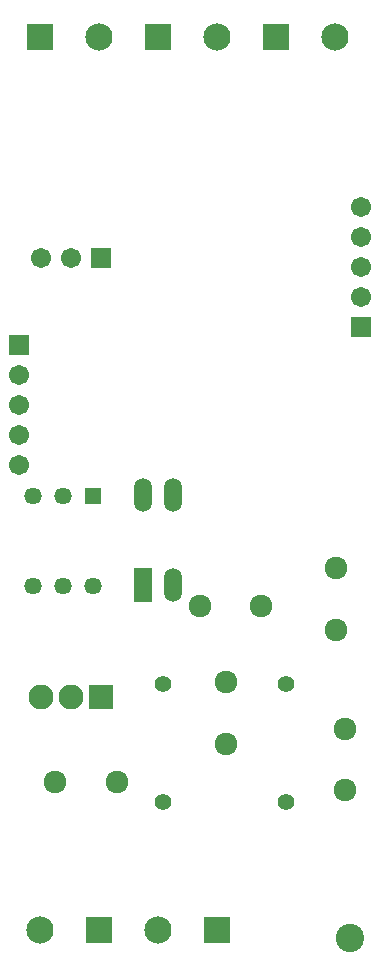
<source format=gbs>
G04*
G04 #@! TF.GenerationSoftware,Altium Limited,Altium Designer,20.0.13 (296)*
G04*
G04 Layer_Color=16711935*
%FSLAX44Y44*%
%MOMM*%
G71*
G01*
G75*
%ADD36C,1.9200*%
%ADD37C,2.4032*%
%ADD38R,1.4632X1.4632*%
%ADD39C,1.4632*%
%ADD40O,1.5240X2.8448*%
%ADD41R,1.5240X2.8448*%
%ADD42R,1.7032X1.7032*%
%ADD43C,1.7032*%
%ADD44R,1.7112X1.7112*%
%ADD45C,1.7112*%
%ADD46C,2.1132*%
%ADD47R,2.1132X2.1132*%
%ADD48C,1.4032*%
%ADD49R,2.3032X2.3032*%
%ADD50C,2.3032*%
D36*
X172250Y330250D02*
D03*
X224250D02*
D03*
X102250Y181500D02*
D03*
X50250D02*
D03*
X287750Y362250D02*
D03*
Y310250D02*
D03*
X295500Y174500D02*
D03*
Y226500D02*
D03*
X194250Y266000D02*
D03*
Y214000D02*
D03*
D37*
X299500Y49750D02*
D03*
D38*
X82400Y423600D02*
D03*
D39*
X57000D02*
D03*
X31600D02*
D03*
Y347400D02*
D03*
X57000D02*
D03*
X82400D02*
D03*
D40*
X124550Y424600D02*
D03*
X149950D02*
D03*
Y348400D02*
D03*
D41*
X124550D02*
D03*
D42*
X19500Y551850D02*
D03*
X309250Y566300D02*
D03*
D43*
X19500Y526450D02*
D03*
Y501050D02*
D03*
Y475650D02*
D03*
Y450250D02*
D03*
X309250Y591700D02*
D03*
Y617100D02*
D03*
Y642500D02*
D03*
Y667900D02*
D03*
D44*
X88900Y625250D02*
D03*
D45*
X63500D02*
D03*
X38100D02*
D03*
D46*
X37850Y253250D02*
D03*
X63250D02*
D03*
D47*
X88650D02*
D03*
D48*
X141250Y264500D02*
D03*
Y164500D02*
D03*
X245250Y264500D02*
D03*
Y164500D02*
D03*
D49*
X137000Y812500D02*
D03*
X237000D02*
D03*
X87000Y56500D02*
D03*
X186750D02*
D03*
X37000Y812500D02*
D03*
D50*
X187000D02*
D03*
X287000D02*
D03*
X37000Y56500D02*
D03*
X136750D02*
D03*
X87000Y812500D02*
D03*
M02*

</source>
